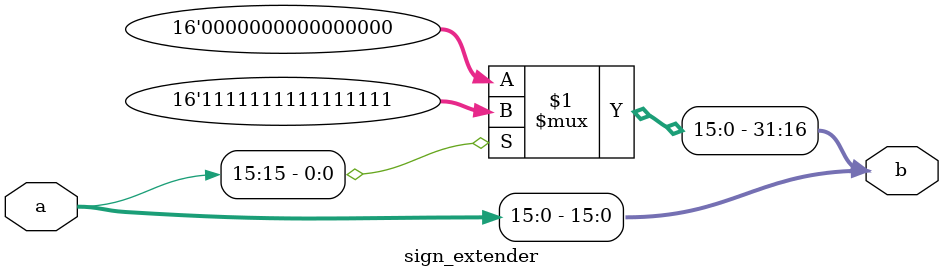
<source format=v>
`timescale 1ns / 1ps
module sign_extender(
	input wire [15:0] a,
	output wire [31:0] b
);
	assign b = {a[15] ? 16'hffff : 16'h0,a};

endmodule

</source>
